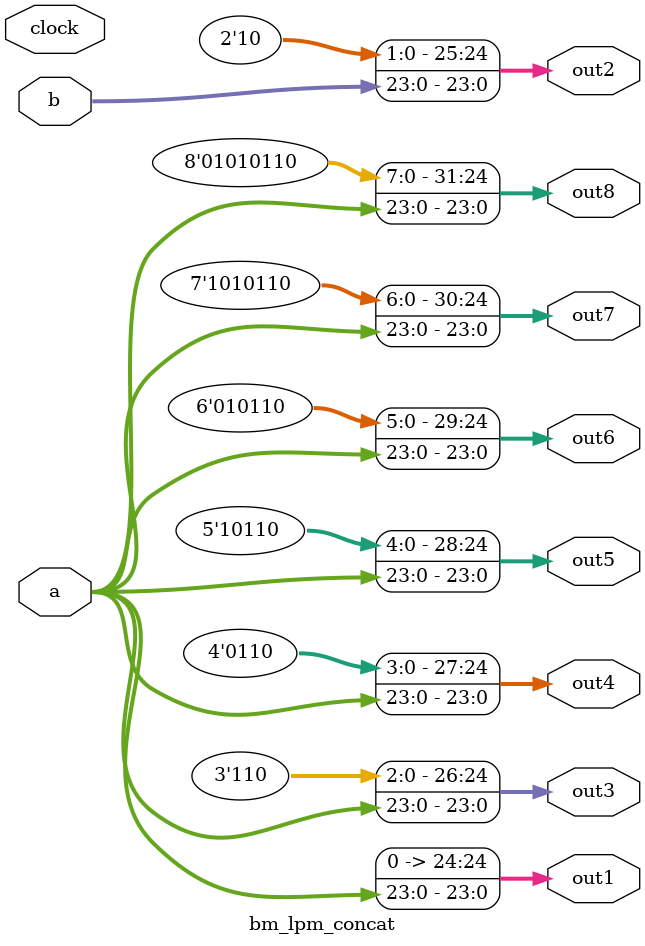
<source format=v>
`define BITS 32         // Bit width of the operands

module 	bm_lpm_concat(clock, 
		a, 
		b, 
		out1,
		out2,
		out3,
		out4,
		out5,
		out6,
		out7,
		out8,
);

// SIGNAL DECLARATIONS
input	clock;

input [`BITS-9:0] a;
input [`BITS-9:0] b;

output [`BITS-8:0] out1;
output [`BITS-7:0] out2;
output [`BITS-6:0] out3;
output [`BITS-5:0] out4;
output [`BITS-4:0] out5;
output [`BITS-3:0] out6;
output [`BITS-2:0] out7;
output [`BITS-1:0] out8;

wire [`BITS-8:0]    out1;
wire [`BITS-7:0]    out2;
wire [`BITS-6:0]    out3;
wire [`BITS-5:0]    out4;
wire [`BITS-4:0]    out5;
wire [`BITS-3:0]    out6;
wire [`BITS-2:0]    out7;
wire [`BITS-1:0]    out8;

// ASSIGN STATEMENTS
assign out1 = {1'b0, a};
assign out2 = {1'b1, 1'b0, b}; 
assign out3 = {1'b1, 1'b1, out1};
assign out4 = {1'b0, out3};
assign out5 = {1'b1, out4};
assign out6 = {1'b0, out5};
assign out7 = {1'b1, out6};
assign out8 = {1'b0, out7};

endmodule

</source>
